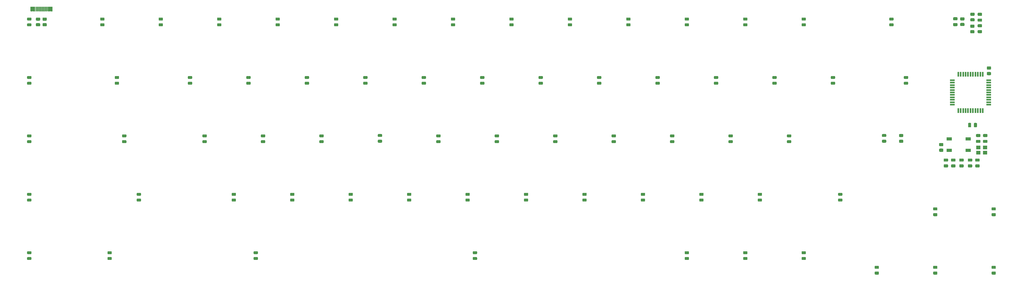
<source format=gbr>
%TF.GenerationSoftware,KiCad,Pcbnew,(5.1.9)-1*%
%TF.CreationDate,2021-07-14T13:00:10-07:00*%
%TF.ProjectId,unsplit-keyboard,756e7370-6c69-4742-9d6b-6579626f6172,rev?*%
%TF.SameCoordinates,Original*%
%TF.FileFunction,Paste,Bot*%
%TF.FilePolarity,Positive*%
%FSLAX46Y46*%
G04 Gerber Fmt 4.6, Leading zero omitted, Abs format (unit mm)*
G04 Created by KiCad (PCBNEW (5.1.9)-1) date 2021-07-14 13:00:10*
%MOMM*%
%LPD*%
G01*
G04 APERTURE LIST*
%ADD10R,1.500000X0.500000*%
%ADD11R,0.500000X1.500000*%
%ADD12R,1.400000X1.200000*%
%ADD13R,1.800000X1.100000*%
G04 APERTURE END LIST*
%TO.C,USB1*%
G36*
G01*
X40181250Y-21913750D02*
X40181250Y-20463750D01*
G75*
G02*
X40231250Y-20413750I50000J0D01*
G01*
X40831250Y-20413750D01*
G75*
G02*
X40881250Y-20463750I0J-50000D01*
G01*
X40881250Y-21913750D01*
G75*
G02*
X40831250Y-21963750I-50000J0D01*
G01*
X40231250Y-21963750D01*
G75*
G02*
X40181250Y-21913750I0J50000D01*
G01*
G37*
G36*
G01*
X33731250Y-21913750D02*
X33731250Y-20463750D01*
G75*
G02*
X33781250Y-20413750I50000J0D01*
G01*
X34381250Y-20413750D01*
G75*
G02*
X34431250Y-20463750I0J-50000D01*
G01*
X34431250Y-21913750D01*
G75*
G02*
X34381250Y-21963750I-50000J0D01*
G01*
X33781250Y-21963750D01*
G75*
G02*
X33731250Y-21913750I0J50000D01*
G01*
G37*
G36*
G01*
X39406250Y-21913750D02*
X39406250Y-20463750D01*
G75*
G02*
X39456250Y-20413750I50000J0D01*
G01*
X40056250Y-20413750D01*
G75*
G02*
X40106250Y-20463750I0J-50000D01*
G01*
X40106250Y-21913750D01*
G75*
G02*
X40056250Y-21963750I-50000J0D01*
G01*
X39456250Y-21963750D01*
G75*
G02*
X39406250Y-21913750I0J50000D01*
G01*
G37*
G36*
G01*
X34506250Y-21913750D02*
X34506250Y-20463750D01*
G75*
G02*
X34556250Y-20413750I50000J0D01*
G01*
X35156250Y-20413750D01*
G75*
G02*
X35206250Y-20463750I0J-50000D01*
G01*
X35206250Y-21913750D01*
G75*
G02*
X35156250Y-21963750I-50000J0D01*
G01*
X34556250Y-21963750D01*
G75*
G02*
X34506250Y-21913750I0J50000D01*
G01*
G37*
G36*
G01*
X35356250Y-21913750D02*
X35356250Y-20463750D01*
G75*
G02*
X35406250Y-20413750I50000J0D01*
G01*
X35706250Y-20413750D01*
G75*
G02*
X35756250Y-20463750I0J-50000D01*
G01*
X35756250Y-21913750D01*
G75*
G02*
X35706250Y-21963750I-50000J0D01*
G01*
X35406250Y-21963750D01*
G75*
G02*
X35356250Y-21913750I0J50000D01*
G01*
G37*
G36*
G01*
X38856250Y-21913750D02*
X38856250Y-20463750D01*
G75*
G02*
X38906250Y-20413750I50000J0D01*
G01*
X39206250Y-20413750D01*
G75*
G02*
X39256250Y-20463750I0J-50000D01*
G01*
X39256250Y-21913750D01*
G75*
G02*
X39206250Y-21963750I-50000J0D01*
G01*
X38906250Y-21963750D01*
G75*
G02*
X38856250Y-21913750I0J50000D01*
G01*
G37*
G36*
G01*
X35856250Y-21913750D02*
X35856250Y-20463750D01*
G75*
G02*
X35906250Y-20413750I50000J0D01*
G01*
X36206250Y-20413750D01*
G75*
G02*
X36256250Y-20463750I0J-50000D01*
G01*
X36256250Y-21913750D01*
G75*
G02*
X36206250Y-21963750I-50000J0D01*
G01*
X35906250Y-21963750D01*
G75*
G02*
X35856250Y-21913750I0J50000D01*
G01*
G37*
G36*
G01*
X38356250Y-21913750D02*
X38356250Y-20463750D01*
G75*
G02*
X38406250Y-20413750I50000J0D01*
G01*
X38706250Y-20413750D01*
G75*
G02*
X38756250Y-20463750I0J-50000D01*
G01*
X38756250Y-21913750D01*
G75*
G02*
X38706250Y-21963750I-50000J0D01*
G01*
X38406250Y-21963750D01*
G75*
G02*
X38356250Y-21913750I0J50000D01*
G01*
G37*
G36*
G01*
X36356250Y-21913750D02*
X36356250Y-20463750D01*
G75*
G02*
X36406250Y-20413750I50000J0D01*
G01*
X36706250Y-20413750D01*
G75*
G02*
X36756250Y-20463750I0J-50000D01*
G01*
X36756250Y-21913750D01*
G75*
G02*
X36706250Y-21963750I-50000J0D01*
G01*
X36406250Y-21963750D01*
G75*
G02*
X36356250Y-21913750I0J50000D01*
G01*
G37*
G36*
G01*
X37856250Y-21913750D02*
X37856250Y-20463750D01*
G75*
G02*
X37906250Y-20413750I50000J0D01*
G01*
X38206250Y-20413750D01*
G75*
G02*
X38256250Y-20463750I0J-50000D01*
G01*
X38256250Y-21913750D01*
G75*
G02*
X38206250Y-21963750I-50000J0D01*
G01*
X37906250Y-21963750D01*
G75*
G02*
X37856250Y-21913750I0J50000D01*
G01*
G37*
G36*
G01*
X37356250Y-21913750D02*
X37356250Y-20463750D01*
G75*
G02*
X37406250Y-20413750I50000J0D01*
G01*
X37706250Y-20413750D01*
G75*
G02*
X37756250Y-20463750I0J-50000D01*
G01*
X37756250Y-21913750D01*
G75*
G02*
X37706250Y-21963750I-50000J0D01*
G01*
X37406250Y-21963750D01*
G75*
G02*
X37356250Y-21913750I0J50000D01*
G01*
G37*
G36*
G01*
X36856250Y-21913750D02*
X36856250Y-20463750D01*
G75*
G02*
X36906250Y-20413750I50000J0D01*
G01*
X37206250Y-20413750D01*
G75*
G02*
X37256250Y-20463750I0J-50000D01*
G01*
X37256250Y-21913750D01*
G75*
G02*
X37206250Y-21963750I-50000J0D01*
G01*
X36906250Y-21963750D01*
G75*
G02*
X36856250Y-21913750I0J50000D01*
G01*
G37*
%TD*%
D10*
%TO.C,U1*%
X346006000Y-52387000D03*
X346006000Y-51587000D03*
X346006000Y-50787000D03*
X346006000Y-49987000D03*
X346006000Y-49187000D03*
X346006000Y-48387000D03*
X346006000Y-47587000D03*
X346006000Y-46787000D03*
X346006000Y-45987000D03*
X346006000Y-45187000D03*
X346006000Y-44387000D03*
D11*
X344106000Y-42487000D03*
X343306000Y-42487000D03*
X342506000Y-42487000D03*
X341706000Y-42487000D03*
X340906000Y-42487000D03*
X340106000Y-42487000D03*
X339306000Y-42487000D03*
X338506000Y-42487000D03*
X337706000Y-42487000D03*
X336906000Y-42487000D03*
X336106000Y-42487000D03*
D10*
X334206000Y-44387000D03*
X334206000Y-45187000D03*
X334206000Y-45987000D03*
X334206000Y-46787000D03*
X334206000Y-47587000D03*
X334206000Y-48387000D03*
X334206000Y-49187000D03*
X334206000Y-49987000D03*
X334206000Y-50787000D03*
X334206000Y-51587000D03*
X334206000Y-52387000D03*
D11*
X336106000Y-54287000D03*
X336906000Y-54287000D03*
X337706000Y-54287000D03*
X338506000Y-54287000D03*
X339306000Y-54287000D03*
X340106000Y-54287000D03*
X340906000Y-54287000D03*
X341706000Y-54287000D03*
X342506000Y-54287000D03*
X343306000Y-54287000D03*
X344106000Y-54287000D03*
%TD*%
%TO.C,C3*%
G36*
G01*
X334678000Y-23873800D02*
X335628000Y-23873800D01*
G75*
G02*
X335878000Y-24123800I0J-250000D01*
G01*
X335878000Y-24623800D01*
G75*
G02*
X335628000Y-24873800I-250000J0D01*
G01*
X334678000Y-24873800D01*
G75*
G02*
X334428000Y-24623800I0J250000D01*
G01*
X334428000Y-24123800D01*
G75*
G02*
X334678000Y-23873800I250000J0D01*
G01*
G37*
G36*
G01*
X334678000Y-25773800D02*
X335628000Y-25773800D01*
G75*
G02*
X335878000Y-26023800I0J-250000D01*
G01*
X335878000Y-26523800D01*
G75*
G02*
X335628000Y-26773800I-250000J0D01*
G01*
X334678000Y-26773800D01*
G75*
G02*
X334428000Y-26523800I0J250000D01*
G01*
X334428000Y-26023800D01*
G75*
G02*
X334678000Y-25773800I250000J0D01*
G01*
G37*
%TD*%
%TO.C,C10*%
G36*
G01*
X342679000Y-22406550D02*
X343629000Y-22406550D01*
G75*
G02*
X343879000Y-22656550I0J-250000D01*
G01*
X343879000Y-23156550D01*
G75*
G02*
X343629000Y-23406550I-250000J0D01*
G01*
X342679000Y-23406550D01*
G75*
G02*
X342429000Y-23156550I0J250000D01*
G01*
X342429000Y-22656550D01*
G75*
G02*
X342679000Y-22406550I250000J0D01*
G01*
G37*
G36*
G01*
X342679000Y-24306550D02*
X343629000Y-24306550D01*
G75*
G02*
X343879000Y-24556550I0J-250000D01*
G01*
X343879000Y-25056550D01*
G75*
G02*
X343629000Y-25306550I-250000J0D01*
G01*
X342679000Y-25306550D01*
G75*
G02*
X342429000Y-25056550I0J250000D01*
G01*
X342429000Y-24556550D01*
G75*
G02*
X342679000Y-24306550I250000J0D01*
G01*
G37*
%TD*%
%TO.C,C9*%
G36*
G01*
X343629000Y-29059800D02*
X342679000Y-29059800D01*
G75*
G02*
X342429000Y-28809800I0J250000D01*
G01*
X342429000Y-28309800D01*
G75*
G02*
X342679000Y-28059800I250000J0D01*
G01*
X343629000Y-28059800D01*
G75*
G02*
X343879000Y-28309800I0J-250000D01*
G01*
X343879000Y-28809800D01*
G75*
G02*
X343629000Y-29059800I-250000J0D01*
G01*
G37*
G36*
G01*
X343629000Y-27159800D02*
X342679000Y-27159800D01*
G75*
G02*
X342429000Y-26909800I0J250000D01*
G01*
X342429000Y-26409800D01*
G75*
G02*
X342679000Y-26159800I250000J0D01*
G01*
X343629000Y-26159800D01*
G75*
G02*
X343879000Y-26409800I0J-250000D01*
G01*
X343879000Y-26909800D01*
G75*
G02*
X343629000Y-27159800I-250000J0D01*
G01*
G37*
%TD*%
%TO.C,R5*%
G36*
G01*
X340253748Y-26278300D02*
X341153752Y-26278300D01*
G75*
G02*
X341403750Y-26528298I0J-249998D01*
G01*
X341403750Y-27053302D01*
G75*
G02*
X341153752Y-27303300I-249998J0D01*
G01*
X340253748Y-27303300D01*
G75*
G02*
X340003750Y-27053302I0J249998D01*
G01*
X340003750Y-26528298D01*
G75*
G02*
X340253748Y-26278300I249998J0D01*
G01*
G37*
G36*
G01*
X340253748Y-28103300D02*
X341153752Y-28103300D01*
G75*
G02*
X341403750Y-28353298I0J-249998D01*
G01*
X341403750Y-28878302D01*
G75*
G02*
X341153752Y-29128300I-249998J0D01*
G01*
X340253748Y-29128300D01*
G75*
G02*
X340003750Y-28878302I0J249998D01*
G01*
X340003750Y-28353298D01*
G75*
G02*
X340253748Y-28103300I249998J0D01*
G01*
G37*
%TD*%
%TO.C,R6*%
G36*
G01*
X341191002Y-25224800D02*
X340290998Y-25224800D01*
G75*
G02*
X340041000Y-24974802I0J249998D01*
G01*
X340041000Y-24449798D01*
G75*
G02*
X340290998Y-24199800I249998J0D01*
G01*
X341191002Y-24199800D01*
G75*
G02*
X341441000Y-24449798I0J-249998D01*
G01*
X341441000Y-24974802D01*
G75*
G02*
X341191002Y-25224800I-249998J0D01*
G01*
G37*
G36*
G01*
X341191002Y-23399800D02*
X340290998Y-23399800D01*
G75*
G02*
X340041000Y-23149802I0J249998D01*
G01*
X340041000Y-22624798D01*
G75*
G02*
X340290998Y-22374800I249998J0D01*
G01*
X341191002Y-22374800D01*
G75*
G02*
X341441000Y-22624798I0J-249998D01*
G01*
X341441000Y-23149802D01*
G75*
G02*
X341191002Y-23399800I-249998J0D01*
G01*
G37*
%TD*%
%TO.C,R4*%
G36*
G01*
X336988998Y-23898800D02*
X337889002Y-23898800D01*
G75*
G02*
X338139000Y-24148798I0J-249998D01*
G01*
X338139000Y-24673802D01*
G75*
G02*
X337889002Y-24923800I-249998J0D01*
G01*
X336988998Y-24923800D01*
G75*
G02*
X336739000Y-24673802I0J249998D01*
G01*
X336739000Y-24148798D01*
G75*
G02*
X336988998Y-23898800I249998J0D01*
G01*
G37*
G36*
G01*
X336988998Y-25723800D02*
X337889002Y-25723800D01*
G75*
G02*
X338139000Y-25973798I0J-249998D01*
G01*
X338139000Y-26498802D01*
G75*
G02*
X337889002Y-26748800I-249998J0D01*
G01*
X336988998Y-26748800D01*
G75*
G02*
X336739000Y-26498802I0J249998D01*
G01*
X336739000Y-25973798D01*
G75*
G02*
X336988998Y-25723800I249998J0D01*
G01*
G37*
%TD*%
D12*
%TO.C,X1*%
X342663600Y-66358400D03*
X344863600Y-66358400D03*
X344863600Y-68058400D03*
X342663600Y-68058400D03*
%TD*%
D13*
%TO.C,SW1*%
X333170600Y-63580400D03*
X339370600Y-67280400D03*
X333170600Y-67280400D03*
X339370600Y-63580400D03*
%TD*%
%TO.C,R7*%
G36*
G01*
X345663098Y-39911600D02*
X346563102Y-39911600D01*
G75*
G02*
X346813100Y-40161598I0J-249998D01*
G01*
X346813100Y-40686602D01*
G75*
G02*
X346563102Y-40936600I-249998J0D01*
G01*
X345663098Y-40936600D01*
G75*
G02*
X345413100Y-40686602I0J249998D01*
G01*
X345413100Y-40161598D01*
G75*
G02*
X345663098Y-39911600I249998J0D01*
G01*
G37*
G36*
G01*
X345663098Y-41736600D02*
X346563102Y-41736600D01*
G75*
G02*
X346813100Y-41986598I0J-249998D01*
G01*
X346813100Y-42511602D01*
G75*
G02*
X346563102Y-42761600I-249998J0D01*
G01*
X345663098Y-42761600D01*
G75*
G02*
X345413100Y-42511602I0J249998D01*
G01*
X345413100Y-41986598D01*
G75*
G02*
X345663098Y-41736600I249998J0D01*
G01*
G37*
%TD*%
%TO.C,R3*%
G36*
G01*
X36645002Y-26825000D02*
X35744998Y-26825000D01*
G75*
G02*
X35495000Y-26575002I0J249998D01*
G01*
X35495000Y-26049998D01*
G75*
G02*
X35744998Y-25800000I249998J0D01*
G01*
X36645002Y-25800000D01*
G75*
G02*
X36895000Y-26049998I0J-249998D01*
G01*
X36895000Y-26575002D01*
G75*
G02*
X36645002Y-26825000I-249998J0D01*
G01*
G37*
G36*
G01*
X36645002Y-25000000D02*
X35744998Y-25000000D01*
G75*
G02*
X35495000Y-24750002I0J249998D01*
G01*
X35495000Y-24224998D01*
G75*
G02*
X35744998Y-23975000I249998J0D01*
G01*
X36645002Y-23975000D01*
G75*
G02*
X36895000Y-24224998I0J-249998D01*
G01*
X36895000Y-24750002D01*
G75*
G02*
X36645002Y-25000000I-249998J0D01*
G01*
G37*
%TD*%
%TO.C,R2*%
G36*
G01*
X38804002Y-26825000D02*
X37903998Y-26825000D01*
G75*
G02*
X37654000Y-26575002I0J249998D01*
G01*
X37654000Y-26049998D01*
G75*
G02*
X37903998Y-25800000I249998J0D01*
G01*
X38804002Y-25800000D01*
G75*
G02*
X39054000Y-26049998I0J-249998D01*
G01*
X39054000Y-26575002D01*
G75*
G02*
X38804002Y-26825000I-249998J0D01*
G01*
G37*
G36*
G01*
X38804002Y-25000000D02*
X37903998Y-25000000D01*
G75*
G02*
X37654000Y-24750002I0J249998D01*
G01*
X37654000Y-24224998D01*
G75*
G02*
X37903998Y-23975000I249998J0D01*
G01*
X38804002Y-23975000D01*
G75*
G02*
X39054000Y-24224998I0J-249998D01*
G01*
X39054000Y-24750002D01*
G75*
G02*
X38804002Y-25000000I-249998J0D01*
G01*
G37*
%TD*%
%TO.C,R1*%
G36*
G01*
X330105598Y-66719400D02*
X331005602Y-66719400D01*
G75*
G02*
X331255600Y-66969398I0J-249998D01*
G01*
X331255600Y-67494402D01*
G75*
G02*
X331005602Y-67744400I-249998J0D01*
G01*
X330105598Y-67744400D01*
G75*
G02*
X329855600Y-67494402I0J249998D01*
G01*
X329855600Y-66969398D01*
G75*
G02*
X330105598Y-66719400I249998J0D01*
G01*
G37*
G36*
G01*
X330105598Y-64894400D02*
X331005602Y-64894400D01*
G75*
G02*
X331255600Y-65144398I0J-249998D01*
G01*
X331255600Y-65669402D01*
G75*
G02*
X331005602Y-65919400I-249998J0D01*
G01*
X330105598Y-65919400D01*
G75*
G02*
X329855600Y-65669402I0J249998D01*
G01*
X329855600Y-65144398D01*
G75*
G02*
X330105598Y-64894400I249998J0D01*
G01*
G37*
%TD*%
%TO.C,D70*%
G36*
G01*
X317043750Y-61948000D02*
X317956250Y-61948000D01*
G75*
G02*
X318200000Y-62191750I0J-243750D01*
G01*
X318200000Y-62679250D01*
G75*
G02*
X317956250Y-62923000I-243750J0D01*
G01*
X317043750Y-62923000D01*
G75*
G02*
X316800000Y-62679250I0J243750D01*
G01*
X316800000Y-62191750D01*
G75*
G02*
X317043750Y-61948000I243750J0D01*
G01*
G37*
G36*
G01*
X317043750Y-63823000D02*
X317956250Y-63823000D01*
G75*
G02*
X318200000Y-64066750I0J-243750D01*
G01*
X318200000Y-64554250D01*
G75*
G02*
X317956250Y-64798000I-243750J0D01*
G01*
X317043750Y-64798000D01*
G75*
G02*
X316800000Y-64554250I0J243750D01*
G01*
X316800000Y-64066750D01*
G75*
G02*
X317043750Y-63823000I243750J0D01*
G01*
G37*
%TD*%
%TO.C,D69*%
G36*
G01*
X347206250Y-106812500D02*
X348118750Y-106812500D01*
G75*
G02*
X348362500Y-107056250I0J-243750D01*
G01*
X348362500Y-107543750D01*
G75*
G02*
X348118750Y-107787500I-243750J0D01*
G01*
X347206250Y-107787500D01*
G75*
G02*
X346962500Y-107543750I0J243750D01*
G01*
X346962500Y-107056250D01*
G75*
G02*
X347206250Y-106812500I243750J0D01*
G01*
G37*
G36*
G01*
X347206250Y-104937500D02*
X348118750Y-104937500D01*
G75*
G02*
X348362500Y-105181250I0J-243750D01*
G01*
X348362500Y-105668750D01*
G75*
G02*
X348118750Y-105912500I-243750J0D01*
G01*
X347206250Y-105912500D01*
G75*
G02*
X346962500Y-105668750I0J243750D01*
G01*
X346962500Y-105181250D01*
G75*
G02*
X347206250Y-104937500I243750J0D01*
G01*
G37*
%TD*%
%TO.C,D68*%
G36*
G01*
X328156250Y-106812500D02*
X329068750Y-106812500D01*
G75*
G02*
X329312500Y-107056250I0J-243750D01*
G01*
X329312500Y-107543750D01*
G75*
G02*
X329068750Y-107787500I-243750J0D01*
G01*
X328156250Y-107787500D01*
G75*
G02*
X327912500Y-107543750I0J243750D01*
G01*
X327912500Y-107056250D01*
G75*
G02*
X328156250Y-106812500I243750J0D01*
G01*
G37*
G36*
G01*
X328156250Y-104937500D02*
X329068750Y-104937500D01*
G75*
G02*
X329312500Y-105181250I0J-243750D01*
G01*
X329312500Y-105668750D01*
G75*
G02*
X329068750Y-105912500I-243750J0D01*
G01*
X328156250Y-105912500D01*
G75*
G02*
X327912500Y-105668750I0J243750D01*
G01*
X327912500Y-105181250D01*
G75*
G02*
X328156250Y-104937500I243750J0D01*
G01*
G37*
%TD*%
%TO.C,D67*%
G36*
G01*
X309106250Y-106812500D02*
X310018750Y-106812500D01*
G75*
G02*
X310262500Y-107056250I0J-243750D01*
G01*
X310262500Y-107543750D01*
G75*
G02*
X310018750Y-107787500I-243750J0D01*
G01*
X309106250Y-107787500D01*
G75*
G02*
X308862500Y-107543750I0J243750D01*
G01*
X308862500Y-107056250D01*
G75*
G02*
X309106250Y-106812500I243750J0D01*
G01*
G37*
G36*
G01*
X309106250Y-104937500D02*
X310018750Y-104937500D01*
G75*
G02*
X310262500Y-105181250I0J-243750D01*
G01*
X310262500Y-105668750D01*
G75*
G02*
X310018750Y-105912500I-243750J0D01*
G01*
X309106250Y-105912500D01*
G75*
G02*
X308862500Y-105668750I0J243750D01*
G01*
X308862500Y-105181250D01*
G75*
G02*
X309106250Y-104937500I243750J0D01*
G01*
G37*
%TD*%
%TO.C,D66*%
G36*
G01*
X285293750Y-102050000D02*
X286206250Y-102050000D01*
G75*
G02*
X286450000Y-102293750I0J-243750D01*
G01*
X286450000Y-102781250D01*
G75*
G02*
X286206250Y-103025000I-243750J0D01*
G01*
X285293750Y-103025000D01*
G75*
G02*
X285050000Y-102781250I0J243750D01*
G01*
X285050000Y-102293750D01*
G75*
G02*
X285293750Y-102050000I243750J0D01*
G01*
G37*
G36*
G01*
X285293750Y-100175000D02*
X286206250Y-100175000D01*
G75*
G02*
X286450000Y-100418750I0J-243750D01*
G01*
X286450000Y-100906250D01*
G75*
G02*
X286206250Y-101150000I-243750J0D01*
G01*
X285293750Y-101150000D01*
G75*
G02*
X285050000Y-100906250I0J243750D01*
G01*
X285050000Y-100418750D01*
G75*
G02*
X285293750Y-100175000I243750J0D01*
G01*
G37*
%TD*%
%TO.C,D65*%
G36*
G01*
X266243750Y-102050000D02*
X267156250Y-102050000D01*
G75*
G02*
X267400000Y-102293750I0J-243750D01*
G01*
X267400000Y-102781250D01*
G75*
G02*
X267156250Y-103025000I-243750J0D01*
G01*
X266243750Y-103025000D01*
G75*
G02*
X266000000Y-102781250I0J243750D01*
G01*
X266000000Y-102293750D01*
G75*
G02*
X266243750Y-102050000I243750J0D01*
G01*
G37*
G36*
G01*
X266243750Y-100175000D02*
X267156250Y-100175000D01*
G75*
G02*
X267400000Y-100418750I0J-243750D01*
G01*
X267400000Y-100906250D01*
G75*
G02*
X267156250Y-101150000I-243750J0D01*
G01*
X266243750Y-101150000D01*
G75*
G02*
X266000000Y-100906250I0J243750D01*
G01*
X266000000Y-100418750D01*
G75*
G02*
X266243750Y-100175000I243750J0D01*
G01*
G37*
%TD*%
%TO.C,D64*%
G36*
G01*
X247193750Y-102050000D02*
X248106250Y-102050000D01*
G75*
G02*
X248350000Y-102293750I0J-243750D01*
G01*
X248350000Y-102781250D01*
G75*
G02*
X248106250Y-103025000I-243750J0D01*
G01*
X247193750Y-103025000D01*
G75*
G02*
X246950000Y-102781250I0J243750D01*
G01*
X246950000Y-102293750D01*
G75*
G02*
X247193750Y-102050000I243750J0D01*
G01*
G37*
G36*
G01*
X247193750Y-100175000D02*
X248106250Y-100175000D01*
G75*
G02*
X248350000Y-100418750I0J-243750D01*
G01*
X248350000Y-100906250D01*
G75*
G02*
X248106250Y-101150000I-243750J0D01*
G01*
X247193750Y-101150000D01*
G75*
G02*
X246950000Y-100906250I0J243750D01*
G01*
X246950000Y-100418750D01*
G75*
G02*
X247193750Y-100175000I243750J0D01*
G01*
G37*
%TD*%
%TO.C,D63*%
G36*
G01*
X178137500Y-102050000D02*
X179050000Y-102050000D01*
G75*
G02*
X179293750Y-102293750I0J-243750D01*
G01*
X179293750Y-102781250D01*
G75*
G02*
X179050000Y-103025000I-243750J0D01*
G01*
X178137500Y-103025000D01*
G75*
G02*
X177893750Y-102781250I0J243750D01*
G01*
X177893750Y-102293750D01*
G75*
G02*
X178137500Y-102050000I243750J0D01*
G01*
G37*
G36*
G01*
X178137500Y-100175000D02*
X179050000Y-100175000D01*
G75*
G02*
X179293750Y-100418750I0J-243750D01*
G01*
X179293750Y-100906250D01*
G75*
G02*
X179050000Y-101150000I-243750J0D01*
G01*
X178137500Y-101150000D01*
G75*
G02*
X177893750Y-100906250I0J243750D01*
G01*
X177893750Y-100418750D01*
G75*
G02*
X178137500Y-100175000I243750J0D01*
G01*
G37*
%TD*%
%TO.C,D62*%
G36*
G01*
X106700000Y-100175000D02*
X107612500Y-100175000D01*
G75*
G02*
X107856250Y-100418750I0J-243750D01*
G01*
X107856250Y-100906250D01*
G75*
G02*
X107612500Y-101150000I-243750J0D01*
G01*
X106700000Y-101150000D01*
G75*
G02*
X106456250Y-100906250I0J243750D01*
G01*
X106456250Y-100418750D01*
G75*
G02*
X106700000Y-100175000I243750J0D01*
G01*
G37*
G36*
G01*
X106700000Y-102050000D02*
X107612500Y-102050000D01*
G75*
G02*
X107856250Y-102293750I0J-243750D01*
G01*
X107856250Y-102781250D01*
G75*
G02*
X107612500Y-103025000I-243750J0D01*
G01*
X106700000Y-103025000D01*
G75*
G02*
X106456250Y-102781250I0J243750D01*
G01*
X106456250Y-102293750D01*
G75*
G02*
X106700000Y-102050000I243750J0D01*
G01*
G37*
%TD*%
%TO.C,D61*%
G36*
G01*
X59075000Y-100175000D02*
X59987500Y-100175000D01*
G75*
G02*
X60231250Y-100418750I0J-243750D01*
G01*
X60231250Y-100906250D01*
G75*
G02*
X59987500Y-101150000I-243750J0D01*
G01*
X59075000Y-101150000D01*
G75*
G02*
X58831250Y-100906250I0J243750D01*
G01*
X58831250Y-100418750D01*
G75*
G02*
X59075000Y-100175000I243750J0D01*
G01*
G37*
G36*
G01*
X59075000Y-102050000D02*
X59987500Y-102050000D01*
G75*
G02*
X60231250Y-102293750I0J-243750D01*
G01*
X60231250Y-102781250D01*
G75*
G02*
X59987500Y-103025000I-243750J0D01*
G01*
X59075000Y-103025000D01*
G75*
G02*
X58831250Y-102781250I0J243750D01*
G01*
X58831250Y-102293750D01*
G75*
G02*
X59075000Y-102050000I243750J0D01*
G01*
G37*
%TD*%
%TO.C,D60*%
G36*
G01*
X32881250Y-100175000D02*
X33793750Y-100175000D01*
G75*
G02*
X34037500Y-100418750I0J-243750D01*
G01*
X34037500Y-100906250D01*
G75*
G02*
X33793750Y-101150000I-243750J0D01*
G01*
X32881250Y-101150000D01*
G75*
G02*
X32637500Y-100906250I0J243750D01*
G01*
X32637500Y-100418750D01*
G75*
G02*
X32881250Y-100175000I243750J0D01*
G01*
G37*
G36*
G01*
X32881250Y-102050000D02*
X33793750Y-102050000D01*
G75*
G02*
X34037500Y-102293750I0J-243750D01*
G01*
X34037500Y-102781250D01*
G75*
G02*
X33793750Y-103025000I-243750J0D01*
G01*
X32881250Y-103025000D01*
G75*
G02*
X32637500Y-102781250I0J243750D01*
G01*
X32637500Y-102293750D01*
G75*
G02*
X32881250Y-102050000I243750J0D01*
G01*
G37*
%TD*%
%TO.C,D59*%
G36*
G01*
X347206250Y-87762500D02*
X348118750Y-87762500D01*
G75*
G02*
X348362500Y-88006250I0J-243750D01*
G01*
X348362500Y-88493750D01*
G75*
G02*
X348118750Y-88737500I-243750J0D01*
G01*
X347206250Y-88737500D01*
G75*
G02*
X346962500Y-88493750I0J243750D01*
G01*
X346962500Y-88006250D01*
G75*
G02*
X347206250Y-87762500I243750J0D01*
G01*
G37*
G36*
G01*
X347206250Y-85887500D02*
X348118750Y-85887500D01*
G75*
G02*
X348362500Y-86131250I0J-243750D01*
G01*
X348362500Y-86618750D01*
G75*
G02*
X348118750Y-86862500I-243750J0D01*
G01*
X347206250Y-86862500D01*
G75*
G02*
X346962500Y-86618750I0J243750D01*
G01*
X346962500Y-86131250D01*
G75*
G02*
X347206250Y-85887500I243750J0D01*
G01*
G37*
%TD*%
%TO.C,D58*%
G36*
G01*
X328156250Y-87762500D02*
X329068750Y-87762500D01*
G75*
G02*
X329312500Y-88006250I0J-243750D01*
G01*
X329312500Y-88493750D01*
G75*
G02*
X329068750Y-88737500I-243750J0D01*
G01*
X328156250Y-88737500D01*
G75*
G02*
X327912500Y-88493750I0J243750D01*
G01*
X327912500Y-88006250D01*
G75*
G02*
X328156250Y-87762500I243750J0D01*
G01*
G37*
G36*
G01*
X328156250Y-85887500D02*
X329068750Y-85887500D01*
G75*
G02*
X329312500Y-86131250I0J-243750D01*
G01*
X329312500Y-86618750D01*
G75*
G02*
X329068750Y-86862500I-243750J0D01*
G01*
X328156250Y-86862500D01*
G75*
G02*
X327912500Y-86618750I0J243750D01*
G01*
X327912500Y-86131250D01*
G75*
G02*
X328156250Y-85887500I243750J0D01*
G01*
G37*
%TD*%
%TO.C,D57*%
G36*
G01*
X297200000Y-83000000D02*
X298112500Y-83000000D01*
G75*
G02*
X298356250Y-83243750I0J-243750D01*
G01*
X298356250Y-83731250D01*
G75*
G02*
X298112500Y-83975000I-243750J0D01*
G01*
X297200000Y-83975000D01*
G75*
G02*
X296956250Y-83731250I0J243750D01*
G01*
X296956250Y-83243750D01*
G75*
G02*
X297200000Y-83000000I243750J0D01*
G01*
G37*
G36*
G01*
X297200000Y-81125000D02*
X298112500Y-81125000D01*
G75*
G02*
X298356250Y-81368750I0J-243750D01*
G01*
X298356250Y-81856250D01*
G75*
G02*
X298112500Y-82100000I-243750J0D01*
G01*
X297200000Y-82100000D01*
G75*
G02*
X296956250Y-81856250I0J243750D01*
G01*
X296956250Y-81368750D01*
G75*
G02*
X297200000Y-81125000I243750J0D01*
G01*
G37*
%TD*%
%TO.C,D56*%
G36*
G01*
X271006250Y-83000000D02*
X271918750Y-83000000D01*
G75*
G02*
X272162500Y-83243750I0J-243750D01*
G01*
X272162500Y-83731250D01*
G75*
G02*
X271918750Y-83975000I-243750J0D01*
G01*
X271006250Y-83975000D01*
G75*
G02*
X270762500Y-83731250I0J243750D01*
G01*
X270762500Y-83243750D01*
G75*
G02*
X271006250Y-83000000I243750J0D01*
G01*
G37*
G36*
G01*
X271006250Y-81125000D02*
X271918750Y-81125000D01*
G75*
G02*
X272162500Y-81368750I0J-243750D01*
G01*
X272162500Y-81856250D01*
G75*
G02*
X271918750Y-82100000I-243750J0D01*
G01*
X271006250Y-82100000D01*
G75*
G02*
X270762500Y-81856250I0J243750D01*
G01*
X270762500Y-81368750D01*
G75*
G02*
X271006250Y-81125000I243750J0D01*
G01*
G37*
%TD*%
%TO.C,D55*%
G36*
G01*
X251956250Y-83000000D02*
X252868750Y-83000000D01*
G75*
G02*
X253112500Y-83243750I0J-243750D01*
G01*
X253112500Y-83731250D01*
G75*
G02*
X252868750Y-83975000I-243750J0D01*
G01*
X251956250Y-83975000D01*
G75*
G02*
X251712500Y-83731250I0J243750D01*
G01*
X251712500Y-83243750D01*
G75*
G02*
X251956250Y-83000000I243750J0D01*
G01*
G37*
G36*
G01*
X251956250Y-81125000D02*
X252868750Y-81125000D01*
G75*
G02*
X253112500Y-81368750I0J-243750D01*
G01*
X253112500Y-81856250D01*
G75*
G02*
X252868750Y-82100000I-243750J0D01*
G01*
X251956250Y-82100000D01*
G75*
G02*
X251712500Y-81856250I0J243750D01*
G01*
X251712500Y-81368750D01*
G75*
G02*
X251956250Y-81125000I243750J0D01*
G01*
G37*
%TD*%
%TO.C,D54*%
G36*
G01*
X232906250Y-83000000D02*
X233818750Y-83000000D01*
G75*
G02*
X234062500Y-83243750I0J-243750D01*
G01*
X234062500Y-83731250D01*
G75*
G02*
X233818750Y-83975000I-243750J0D01*
G01*
X232906250Y-83975000D01*
G75*
G02*
X232662500Y-83731250I0J243750D01*
G01*
X232662500Y-83243750D01*
G75*
G02*
X232906250Y-83000000I243750J0D01*
G01*
G37*
G36*
G01*
X232906250Y-81125000D02*
X233818750Y-81125000D01*
G75*
G02*
X234062500Y-81368750I0J-243750D01*
G01*
X234062500Y-81856250D01*
G75*
G02*
X233818750Y-82100000I-243750J0D01*
G01*
X232906250Y-82100000D01*
G75*
G02*
X232662500Y-81856250I0J243750D01*
G01*
X232662500Y-81368750D01*
G75*
G02*
X232906250Y-81125000I243750J0D01*
G01*
G37*
%TD*%
%TO.C,D53*%
G36*
G01*
X213856250Y-83000000D02*
X214768750Y-83000000D01*
G75*
G02*
X215012500Y-83243750I0J-243750D01*
G01*
X215012500Y-83731250D01*
G75*
G02*
X214768750Y-83975000I-243750J0D01*
G01*
X213856250Y-83975000D01*
G75*
G02*
X213612500Y-83731250I0J243750D01*
G01*
X213612500Y-83243750D01*
G75*
G02*
X213856250Y-83000000I243750J0D01*
G01*
G37*
G36*
G01*
X213856250Y-81125000D02*
X214768750Y-81125000D01*
G75*
G02*
X215012500Y-81368750I0J-243750D01*
G01*
X215012500Y-81856250D01*
G75*
G02*
X214768750Y-82100000I-243750J0D01*
G01*
X213856250Y-82100000D01*
G75*
G02*
X213612500Y-81856250I0J243750D01*
G01*
X213612500Y-81368750D01*
G75*
G02*
X213856250Y-81125000I243750J0D01*
G01*
G37*
%TD*%
%TO.C,D52*%
G36*
G01*
X194806250Y-83000000D02*
X195718750Y-83000000D01*
G75*
G02*
X195962500Y-83243750I0J-243750D01*
G01*
X195962500Y-83731250D01*
G75*
G02*
X195718750Y-83975000I-243750J0D01*
G01*
X194806250Y-83975000D01*
G75*
G02*
X194562500Y-83731250I0J243750D01*
G01*
X194562500Y-83243750D01*
G75*
G02*
X194806250Y-83000000I243750J0D01*
G01*
G37*
G36*
G01*
X194806250Y-81125000D02*
X195718750Y-81125000D01*
G75*
G02*
X195962500Y-81368750I0J-243750D01*
G01*
X195962500Y-81856250D01*
G75*
G02*
X195718750Y-82100000I-243750J0D01*
G01*
X194806250Y-82100000D01*
G75*
G02*
X194562500Y-81856250I0J243750D01*
G01*
X194562500Y-81368750D01*
G75*
G02*
X194806250Y-81125000I243750J0D01*
G01*
G37*
%TD*%
%TO.C,D51*%
G36*
G01*
X175756250Y-83000000D02*
X176668750Y-83000000D01*
G75*
G02*
X176912500Y-83243750I0J-243750D01*
G01*
X176912500Y-83731250D01*
G75*
G02*
X176668750Y-83975000I-243750J0D01*
G01*
X175756250Y-83975000D01*
G75*
G02*
X175512500Y-83731250I0J243750D01*
G01*
X175512500Y-83243750D01*
G75*
G02*
X175756250Y-83000000I243750J0D01*
G01*
G37*
G36*
G01*
X175756250Y-81125000D02*
X176668750Y-81125000D01*
G75*
G02*
X176912500Y-81368750I0J-243750D01*
G01*
X176912500Y-81856250D01*
G75*
G02*
X176668750Y-82100000I-243750J0D01*
G01*
X175756250Y-82100000D01*
G75*
G02*
X175512500Y-81856250I0J243750D01*
G01*
X175512500Y-81368750D01*
G75*
G02*
X175756250Y-81125000I243750J0D01*
G01*
G37*
%TD*%
%TO.C,D50*%
G36*
G01*
X156706250Y-83000000D02*
X157618750Y-83000000D01*
G75*
G02*
X157862500Y-83243750I0J-243750D01*
G01*
X157862500Y-83731250D01*
G75*
G02*
X157618750Y-83975000I-243750J0D01*
G01*
X156706250Y-83975000D01*
G75*
G02*
X156462500Y-83731250I0J243750D01*
G01*
X156462500Y-83243750D01*
G75*
G02*
X156706250Y-83000000I243750J0D01*
G01*
G37*
G36*
G01*
X156706250Y-81125000D02*
X157618750Y-81125000D01*
G75*
G02*
X157862500Y-81368750I0J-243750D01*
G01*
X157862500Y-81856250D01*
G75*
G02*
X157618750Y-82100000I-243750J0D01*
G01*
X156706250Y-82100000D01*
G75*
G02*
X156462500Y-81856250I0J243750D01*
G01*
X156462500Y-81368750D01*
G75*
G02*
X156706250Y-81125000I243750J0D01*
G01*
G37*
%TD*%
%TO.C,D49*%
G36*
G01*
X137656250Y-83000000D02*
X138568750Y-83000000D01*
G75*
G02*
X138812500Y-83243750I0J-243750D01*
G01*
X138812500Y-83731250D01*
G75*
G02*
X138568750Y-83975000I-243750J0D01*
G01*
X137656250Y-83975000D01*
G75*
G02*
X137412500Y-83731250I0J243750D01*
G01*
X137412500Y-83243750D01*
G75*
G02*
X137656250Y-83000000I243750J0D01*
G01*
G37*
G36*
G01*
X137656250Y-81125000D02*
X138568750Y-81125000D01*
G75*
G02*
X138812500Y-81368750I0J-243750D01*
G01*
X138812500Y-81856250D01*
G75*
G02*
X138568750Y-82100000I-243750J0D01*
G01*
X137656250Y-82100000D01*
G75*
G02*
X137412500Y-81856250I0J243750D01*
G01*
X137412500Y-81368750D01*
G75*
G02*
X137656250Y-81125000I243750J0D01*
G01*
G37*
%TD*%
%TO.C,D48*%
G36*
G01*
X118606250Y-83000000D02*
X119518750Y-83000000D01*
G75*
G02*
X119762500Y-83243750I0J-243750D01*
G01*
X119762500Y-83731250D01*
G75*
G02*
X119518750Y-83975000I-243750J0D01*
G01*
X118606250Y-83975000D01*
G75*
G02*
X118362500Y-83731250I0J243750D01*
G01*
X118362500Y-83243750D01*
G75*
G02*
X118606250Y-83000000I243750J0D01*
G01*
G37*
G36*
G01*
X118606250Y-81125000D02*
X119518750Y-81125000D01*
G75*
G02*
X119762500Y-81368750I0J-243750D01*
G01*
X119762500Y-81856250D01*
G75*
G02*
X119518750Y-82100000I-243750J0D01*
G01*
X118606250Y-82100000D01*
G75*
G02*
X118362500Y-81856250I0J243750D01*
G01*
X118362500Y-81368750D01*
G75*
G02*
X118606250Y-81125000I243750J0D01*
G01*
G37*
%TD*%
%TO.C,D47*%
G36*
G01*
X99556250Y-83000000D02*
X100468750Y-83000000D01*
G75*
G02*
X100712500Y-83243750I0J-243750D01*
G01*
X100712500Y-83731250D01*
G75*
G02*
X100468750Y-83975000I-243750J0D01*
G01*
X99556250Y-83975000D01*
G75*
G02*
X99312500Y-83731250I0J243750D01*
G01*
X99312500Y-83243750D01*
G75*
G02*
X99556250Y-83000000I243750J0D01*
G01*
G37*
G36*
G01*
X99556250Y-81125000D02*
X100468750Y-81125000D01*
G75*
G02*
X100712500Y-81368750I0J-243750D01*
G01*
X100712500Y-81856250D01*
G75*
G02*
X100468750Y-82100000I-243750J0D01*
G01*
X99556250Y-82100000D01*
G75*
G02*
X99312500Y-81856250I0J243750D01*
G01*
X99312500Y-81368750D01*
G75*
G02*
X99556250Y-81125000I243750J0D01*
G01*
G37*
%TD*%
%TO.C,D46*%
G36*
G01*
X68600000Y-83000000D02*
X69512500Y-83000000D01*
G75*
G02*
X69756250Y-83243750I0J-243750D01*
G01*
X69756250Y-83731250D01*
G75*
G02*
X69512500Y-83975000I-243750J0D01*
G01*
X68600000Y-83975000D01*
G75*
G02*
X68356250Y-83731250I0J243750D01*
G01*
X68356250Y-83243750D01*
G75*
G02*
X68600000Y-83000000I243750J0D01*
G01*
G37*
G36*
G01*
X68600000Y-81125000D02*
X69512500Y-81125000D01*
G75*
G02*
X69756250Y-81368750I0J-243750D01*
G01*
X69756250Y-81856250D01*
G75*
G02*
X69512500Y-82100000I-243750J0D01*
G01*
X68600000Y-82100000D01*
G75*
G02*
X68356250Y-81856250I0J243750D01*
G01*
X68356250Y-81368750D01*
G75*
G02*
X68600000Y-81125000I243750J0D01*
G01*
G37*
%TD*%
%TO.C,D45*%
G36*
G01*
X32881250Y-83000000D02*
X33793750Y-83000000D01*
G75*
G02*
X34037500Y-83243750I0J-243750D01*
G01*
X34037500Y-83731250D01*
G75*
G02*
X33793750Y-83975000I-243750J0D01*
G01*
X32881250Y-83975000D01*
G75*
G02*
X32637500Y-83731250I0J243750D01*
G01*
X32637500Y-83243750D01*
G75*
G02*
X32881250Y-83000000I243750J0D01*
G01*
G37*
G36*
G01*
X32881250Y-81125000D02*
X33793750Y-81125000D01*
G75*
G02*
X34037500Y-81368750I0J-243750D01*
G01*
X34037500Y-81856250D01*
G75*
G02*
X33793750Y-82100000I-243750J0D01*
G01*
X32881250Y-82100000D01*
G75*
G02*
X32637500Y-81856250I0J243750D01*
G01*
X32637500Y-81368750D01*
G75*
G02*
X32881250Y-81125000I243750J0D01*
G01*
G37*
%TD*%
%TO.C,D44*%
G36*
G01*
X311487500Y-63806250D02*
X312400000Y-63806250D01*
G75*
G02*
X312643750Y-64050000I0J-243750D01*
G01*
X312643750Y-64537500D01*
G75*
G02*
X312400000Y-64781250I-243750J0D01*
G01*
X311487500Y-64781250D01*
G75*
G02*
X311243750Y-64537500I0J243750D01*
G01*
X311243750Y-64050000D01*
G75*
G02*
X311487500Y-63806250I243750J0D01*
G01*
G37*
G36*
G01*
X311487500Y-61931250D02*
X312400000Y-61931250D01*
G75*
G02*
X312643750Y-62175000I0J-243750D01*
G01*
X312643750Y-62662500D01*
G75*
G02*
X312400000Y-62906250I-243750J0D01*
G01*
X311487500Y-62906250D01*
G75*
G02*
X311243750Y-62662500I0J243750D01*
G01*
X311243750Y-62175000D01*
G75*
G02*
X311487500Y-61931250I243750J0D01*
G01*
G37*
%TD*%
%TO.C,D43*%
G36*
G01*
X280531250Y-63950000D02*
X281443750Y-63950000D01*
G75*
G02*
X281687500Y-64193750I0J-243750D01*
G01*
X281687500Y-64681250D01*
G75*
G02*
X281443750Y-64925000I-243750J0D01*
G01*
X280531250Y-64925000D01*
G75*
G02*
X280287500Y-64681250I0J243750D01*
G01*
X280287500Y-64193750D01*
G75*
G02*
X280531250Y-63950000I243750J0D01*
G01*
G37*
G36*
G01*
X280531250Y-62075000D02*
X281443750Y-62075000D01*
G75*
G02*
X281687500Y-62318750I0J-243750D01*
G01*
X281687500Y-62806250D01*
G75*
G02*
X281443750Y-63050000I-243750J0D01*
G01*
X280531250Y-63050000D01*
G75*
G02*
X280287500Y-62806250I0J243750D01*
G01*
X280287500Y-62318750D01*
G75*
G02*
X280531250Y-62075000I243750J0D01*
G01*
G37*
%TD*%
%TO.C,D42*%
G36*
G01*
X261481250Y-63950000D02*
X262393750Y-63950000D01*
G75*
G02*
X262637500Y-64193750I0J-243750D01*
G01*
X262637500Y-64681250D01*
G75*
G02*
X262393750Y-64925000I-243750J0D01*
G01*
X261481250Y-64925000D01*
G75*
G02*
X261237500Y-64681250I0J243750D01*
G01*
X261237500Y-64193750D01*
G75*
G02*
X261481250Y-63950000I243750J0D01*
G01*
G37*
G36*
G01*
X261481250Y-62075000D02*
X262393750Y-62075000D01*
G75*
G02*
X262637500Y-62318750I0J-243750D01*
G01*
X262637500Y-62806250D01*
G75*
G02*
X262393750Y-63050000I-243750J0D01*
G01*
X261481250Y-63050000D01*
G75*
G02*
X261237500Y-62806250I0J243750D01*
G01*
X261237500Y-62318750D01*
G75*
G02*
X261481250Y-62075000I243750J0D01*
G01*
G37*
%TD*%
%TO.C,D41*%
G36*
G01*
X242431250Y-63950000D02*
X243343750Y-63950000D01*
G75*
G02*
X243587500Y-64193750I0J-243750D01*
G01*
X243587500Y-64681250D01*
G75*
G02*
X243343750Y-64925000I-243750J0D01*
G01*
X242431250Y-64925000D01*
G75*
G02*
X242187500Y-64681250I0J243750D01*
G01*
X242187500Y-64193750D01*
G75*
G02*
X242431250Y-63950000I243750J0D01*
G01*
G37*
G36*
G01*
X242431250Y-62075000D02*
X243343750Y-62075000D01*
G75*
G02*
X243587500Y-62318750I0J-243750D01*
G01*
X243587500Y-62806250D01*
G75*
G02*
X243343750Y-63050000I-243750J0D01*
G01*
X242431250Y-63050000D01*
G75*
G02*
X242187500Y-62806250I0J243750D01*
G01*
X242187500Y-62318750D01*
G75*
G02*
X242431250Y-62075000I243750J0D01*
G01*
G37*
%TD*%
%TO.C,D40*%
G36*
G01*
X223381250Y-63950000D02*
X224293750Y-63950000D01*
G75*
G02*
X224537500Y-64193750I0J-243750D01*
G01*
X224537500Y-64681250D01*
G75*
G02*
X224293750Y-64925000I-243750J0D01*
G01*
X223381250Y-64925000D01*
G75*
G02*
X223137500Y-64681250I0J243750D01*
G01*
X223137500Y-64193750D01*
G75*
G02*
X223381250Y-63950000I243750J0D01*
G01*
G37*
G36*
G01*
X223381250Y-62075000D02*
X224293750Y-62075000D01*
G75*
G02*
X224537500Y-62318750I0J-243750D01*
G01*
X224537500Y-62806250D01*
G75*
G02*
X224293750Y-63050000I-243750J0D01*
G01*
X223381250Y-63050000D01*
G75*
G02*
X223137500Y-62806250I0J243750D01*
G01*
X223137500Y-62318750D01*
G75*
G02*
X223381250Y-62075000I243750J0D01*
G01*
G37*
%TD*%
%TO.C,D39*%
G36*
G01*
X204331250Y-63950000D02*
X205243750Y-63950000D01*
G75*
G02*
X205487500Y-64193750I0J-243750D01*
G01*
X205487500Y-64681250D01*
G75*
G02*
X205243750Y-64925000I-243750J0D01*
G01*
X204331250Y-64925000D01*
G75*
G02*
X204087500Y-64681250I0J243750D01*
G01*
X204087500Y-64193750D01*
G75*
G02*
X204331250Y-63950000I243750J0D01*
G01*
G37*
G36*
G01*
X204331250Y-62075000D02*
X205243750Y-62075000D01*
G75*
G02*
X205487500Y-62318750I0J-243750D01*
G01*
X205487500Y-62806250D01*
G75*
G02*
X205243750Y-63050000I-243750J0D01*
G01*
X204331250Y-63050000D01*
G75*
G02*
X204087500Y-62806250I0J243750D01*
G01*
X204087500Y-62318750D01*
G75*
G02*
X204331250Y-62075000I243750J0D01*
G01*
G37*
%TD*%
%TO.C,D38*%
G36*
G01*
X185281250Y-63950000D02*
X186193750Y-63950000D01*
G75*
G02*
X186437500Y-64193750I0J-243750D01*
G01*
X186437500Y-64681250D01*
G75*
G02*
X186193750Y-64925000I-243750J0D01*
G01*
X185281250Y-64925000D01*
G75*
G02*
X185037500Y-64681250I0J243750D01*
G01*
X185037500Y-64193750D01*
G75*
G02*
X185281250Y-63950000I243750J0D01*
G01*
G37*
G36*
G01*
X185281250Y-62075000D02*
X186193750Y-62075000D01*
G75*
G02*
X186437500Y-62318750I0J-243750D01*
G01*
X186437500Y-62806250D01*
G75*
G02*
X186193750Y-63050000I-243750J0D01*
G01*
X185281250Y-63050000D01*
G75*
G02*
X185037500Y-62806250I0J243750D01*
G01*
X185037500Y-62318750D01*
G75*
G02*
X185281250Y-62075000I243750J0D01*
G01*
G37*
%TD*%
%TO.C,D37*%
G36*
G01*
X166231250Y-63950000D02*
X167143750Y-63950000D01*
G75*
G02*
X167387500Y-64193750I0J-243750D01*
G01*
X167387500Y-64681250D01*
G75*
G02*
X167143750Y-64925000I-243750J0D01*
G01*
X166231250Y-64925000D01*
G75*
G02*
X165987500Y-64681250I0J243750D01*
G01*
X165987500Y-64193750D01*
G75*
G02*
X166231250Y-63950000I243750J0D01*
G01*
G37*
G36*
G01*
X166231250Y-62075000D02*
X167143750Y-62075000D01*
G75*
G02*
X167387500Y-62318750I0J-243750D01*
G01*
X167387500Y-62806250D01*
G75*
G02*
X167143750Y-63050000I-243750J0D01*
G01*
X166231250Y-63050000D01*
G75*
G02*
X165987500Y-62806250I0J243750D01*
G01*
X165987500Y-62318750D01*
G75*
G02*
X166231250Y-62075000I243750J0D01*
G01*
G37*
%TD*%
%TO.C,D36*%
G36*
G01*
X147181250Y-63806250D02*
X148093750Y-63806250D01*
G75*
G02*
X148337500Y-64050000I0J-243750D01*
G01*
X148337500Y-64537500D01*
G75*
G02*
X148093750Y-64781250I-243750J0D01*
G01*
X147181250Y-64781250D01*
G75*
G02*
X146937500Y-64537500I0J243750D01*
G01*
X146937500Y-64050000D01*
G75*
G02*
X147181250Y-63806250I243750J0D01*
G01*
G37*
G36*
G01*
X147181250Y-61931250D02*
X148093750Y-61931250D01*
G75*
G02*
X148337500Y-62175000I0J-243750D01*
G01*
X148337500Y-62662500D01*
G75*
G02*
X148093750Y-62906250I-243750J0D01*
G01*
X147181250Y-62906250D01*
G75*
G02*
X146937500Y-62662500I0J243750D01*
G01*
X146937500Y-62175000D01*
G75*
G02*
X147181250Y-61931250I243750J0D01*
G01*
G37*
%TD*%
%TO.C,D35*%
G36*
G01*
X128131250Y-63950000D02*
X129043750Y-63950000D01*
G75*
G02*
X129287500Y-64193750I0J-243750D01*
G01*
X129287500Y-64681250D01*
G75*
G02*
X129043750Y-64925000I-243750J0D01*
G01*
X128131250Y-64925000D01*
G75*
G02*
X127887500Y-64681250I0J243750D01*
G01*
X127887500Y-64193750D01*
G75*
G02*
X128131250Y-63950000I243750J0D01*
G01*
G37*
G36*
G01*
X128131250Y-62075000D02*
X129043750Y-62075000D01*
G75*
G02*
X129287500Y-62318750I0J-243750D01*
G01*
X129287500Y-62806250D01*
G75*
G02*
X129043750Y-63050000I-243750J0D01*
G01*
X128131250Y-63050000D01*
G75*
G02*
X127887500Y-62806250I0J243750D01*
G01*
X127887500Y-62318750D01*
G75*
G02*
X128131250Y-62075000I243750J0D01*
G01*
G37*
%TD*%
%TO.C,D34*%
G36*
G01*
X109081250Y-63950000D02*
X109993750Y-63950000D01*
G75*
G02*
X110237500Y-64193750I0J-243750D01*
G01*
X110237500Y-64681250D01*
G75*
G02*
X109993750Y-64925000I-243750J0D01*
G01*
X109081250Y-64925000D01*
G75*
G02*
X108837500Y-64681250I0J243750D01*
G01*
X108837500Y-64193750D01*
G75*
G02*
X109081250Y-63950000I243750J0D01*
G01*
G37*
G36*
G01*
X109081250Y-62075000D02*
X109993750Y-62075000D01*
G75*
G02*
X110237500Y-62318750I0J-243750D01*
G01*
X110237500Y-62806250D01*
G75*
G02*
X109993750Y-63050000I-243750J0D01*
G01*
X109081250Y-63050000D01*
G75*
G02*
X108837500Y-62806250I0J243750D01*
G01*
X108837500Y-62318750D01*
G75*
G02*
X109081250Y-62075000I243750J0D01*
G01*
G37*
%TD*%
%TO.C,D33*%
G36*
G01*
X90031250Y-63950000D02*
X90943750Y-63950000D01*
G75*
G02*
X91187500Y-64193750I0J-243750D01*
G01*
X91187500Y-64681250D01*
G75*
G02*
X90943750Y-64925000I-243750J0D01*
G01*
X90031250Y-64925000D01*
G75*
G02*
X89787500Y-64681250I0J243750D01*
G01*
X89787500Y-64193750D01*
G75*
G02*
X90031250Y-63950000I243750J0D01*
G01*
G37*
G36*
G01*
X90031250Y-62075000D02*
X90943750Y-62075000D01*
G75*
G02*
X91187500Y-62318750I0J-243750D01*
G01*
X91187500Y-62806250D01*
G75*
G02*
X90943750Y-63050000I-243750J0D01*
G01*
X90031250Y-63050000D01*
G75*
G02*
X89787500Y-62806250I0J243750D01*
G01*
X89787500Y-62318750D01*
G75*
G02*
X90031250Y-62075000I243750J0D01*
G01*
G37*
%TD*%
%TO.C,D32*%
G36*
G01*
X63837500Y-63950000D02*
X64750000Y-63950000D01*
G75*
G02*
X64993750Y-64193750I0J-243750D01*
G01*
X64993750Y-64681250D01*
G75*
G02*
X64750000Y-64925000I-243750J0D01*
G01*
X63837500Y-64925000D01*
G75*
G02*
X63593750Y-64681250I0J243750D01*
G01*
X63593750Y-64193750D01*
G75*
G02*
X63837500Y-63950000I243750J0D01*
G01*
G37*
G36*
G01*
X63837500Y-62075000D02*
X64750000Y-62075000D01*
G75*
G02*
X64993750Y-62318750I0J-243750D01*
G01*
X64993750Y-62806250D01*
G75*
G02*
X64750000Y-63050000I-243750J0D01*
G01*
X63837500Y-63050000D01*
G75*
G02*
X63593750Y-62806250I0J243750D01*
G01*
X63593750Y-62318750D01*
G75*
G02*
X63837500Y-62075000I243750J0D01*
G01*
G37*
%TD*%
%TO.C,D31*%
G36*
G01*
X32881250Y-63950000D02*
X33793750Y-63950000D01*
G75*
G02*
X34037500Y-64193750I0J-243750D01*
G01*
X34037500Y-64681250D01*
G75*
G02*
X33793750Y-64925000I-243750J0D01*
G01*
X32881250Y-64925000D01*
G75*
G02*
X32637500Y-64681250I0J243750D01*
G01*
X32637500Y-64193750D01*
G75*
G02*
X32881250Y-63950000I243750J0D01*
G01*
G37*
G36*
G01*
X32881250Y-62075000D02*
X33793750Y-62075000D01*
G75*
G02*
X34037500Y-62318750I0J-243750D01*
G01*
X34037500Y-62806250D01*
G75*
G02*
X33793750Y-63050000I-243750J0D01*
G01*
X32881250Y-63050000D01*
G75*
G02*
X32637500Y-62806250I0J243750D01*
G01*
X32637500Y-62318750D01*
G75*
G02*
X32881250Y-62075000I243750J0D01*
G01*
G37*
%TD*%
%TO.C,D30*%
G36*
G01*
X318631250Y-44900000D02*
X319543750Y-44900000D01*
G75*
G02*
X319787500Y-45143750I0J-243750D01*
G01*
X319787500Y-45631250D01*
G75*
G02*
X319543750Y-45875000I-243750J0D01*
G01*
X318631250Y-45875000D01*
G75*
G02*
X318387500Y-45631250I0J243750D01*
G01*
X318387500Y-45143750D01*
G75*
G02*
X318631250Y-44900000I243750J0D01*
G01*
G37*
G36*
G01*
X318631250Y-43025000D02*
X319543750Y-43025000D01*
G75*
G02*
X319787500Y-43268750I0J-243750D01*
G01*
X319787500Y-43756250D01*
G75*
G02*
X319543750Y-44000000I-243750J0D01*
G01*
X318631250Y-44000000D01*
G75*
G02*
X318387500Y-43756250I0J243750D01*
G01*
X318387500Y-43268750D01*
G75*
G02*
X318631250Y-43025000I243750J0D01*
G01*
G37*
%TD*%
%TO.C,D29*%
G36*
G01*
X294818750Y-44900000D02*
X295731250Y-44900000D01*
G75*
G02*
X295975000Y-45143750I0J-243750D01*
G01*
X295975000Y-45631250D01*
G75*
G02*
X295731250Y-45875000I-243750J0D01*
G01*
X294818750Y-45875000D01*
G75*
G02*
X294575000Y-45631250I0J243750D01*
G01*
X294575000Y-45143750D01*
G75*
G02*
X294818750Y-44900000I243750J0D01*
G01*
G37*
G36*
G01*
X294818750Y-43025000D02*
X295731250Y-43025000D01*
G75*
G02*
X295975000Y-43268750I0J-243750D01*
G01*
X295975000Y-43756250D01*
G75*
G02*
X295731250Y-44000000I-243750J0D01*
G01*
X294818750Y-44000000D01*
G75*
G02*
X294575000Y-43756250I0J243750D01*
G01*
X294575000Y-43268750D01*
G75*
G02*
X294818750Y-43025000I243750J0D01*
G01*
G37*
%TD*%
%TO.C,D28*%
G36*
G01*
X275768750Y-44900000D02*
X276681250Y-44900000D01*
G75*
G02*
X276925000Y-45143750I0J-243750D01*
G01*
X276925000Y-45631250D01*
G75*
G02*
X276681250Y-45875000I-243750J0D01*
G01*
X275768750Y-45875000D01*
G75*
G02*
X275525000Y-45631250I0J243750D01*
G01*
X275525000Y-45143750D01*
G75*
G02*
X275768750Y-44900000I243750J0D01*
G01*
G37*
G36*
G01*
X275768750Y-43025000D02*
X276681250Y-43025000D01*
G75*
G02*
X276925000Y-43268750I0J-243750D01*
G01*
X276925000Y-43756250D01*
G75*
G02*
X276681250Y-44000000I-243750J0D01*
G01*
X275768750Y-44000000D01*
G75*
G02*
X275525000Y-43756250I0J243750D01*
G01*
X275525000Y-43268750D01*
G75*
G02*
X275768750Y-43025000I243750J0D01*
G01*
G37*
%TD*%
%TO.C,D27*%
G36*
G01*
X256718750Y-44900000D02*
X257631250Y-44900000D01*
G75*
G02*
X257875000Y-45143750I0J-243750D01*
G01*
X257875000Y-45631250D01*
G75*
G02*
X257631250Y-45875000I-243750J0D01*
G01*
X256718750Y-45875000D01*
G75*
G02*
X256475000Y-45631250I0J243750D01*
G01*
X256475000Y-45143750D01*
G75*
G02*
X256718750Y-44900000I243750J0D01*
G01*
G37*
G36*
G01*
X256718750Y-43025000D02*
X257631250Y-43025000D01*
G75*
G02*
X257875000Y-43268750I0J-243750D01*
G01*
X257875000Y-43756250D01*
G75*
G02*
X257631250Y-44000000I-243750J0D01*
G01*
X256718750Y-44000000D01*
G75*
G02*
X256475000Y-43756250I0J243750D01*
G01*
X256475000Y-43268750D01*
G75*
G02*
X256718750Y-43025000I243750J0D01*
G01*
G37*
%TD*%
%TO.C,D26*%
G36*
G01*
X237668750Y-44900000D02*
X238581250Y-44900000D01*
G75*
G02*
X238825000Y-45143750I0J-243750D01*
G01*
X238825000Y-45631250D01*
G75*
G02*
X238581250Y-45875000I-243750J0D01*
G01*
X237668750Y-45875000D01*
G75*
G02*
X237425000Y-45631250I0J243750D01*
G01*
X237425000Y-45143750D01*
G75*
G02*
X237668750Y-44900000I243750J0D01*
G01*
G37*
G36*
G01*
X237668750Y-43025000D02*
X238581250Y-43025000D01*
G75*
G02*
X238825000Y-43268750I0J-243750D01*
G01*
X238825000Y-43756250D01*
G75*
G02*
X238581250Y-44000000I-243750J0D01*
G01*
X237668750Y-44000000D01*
G75*
G02*
X237425000Y-43756250I0J243750D01*
G01*
X237425000Y-43268750D01*
G75*
G02*
X237668750Y-43025000I243750J0D01*
G01*
G37*
%TD*%
%TO.C,D25*%
G36*
G01*
X218618750Y-44900000D02*
X219531250Y-44900000D01*
G75*
G02*
X219775000Y-45143750I0J-243750D01*
G01*
X219775000Y-45631250D01*
G75*
G02*
X219531250Y-45875000I-243750J0D01*
G01*
X218618750Y-45875000D01*
G75*
G02*
X218375000Y-45631250I0J243750D01*
G01*
X218375000Y-45143750D01*
G75*
G02*
X218618750Y-44900000I243750J0D01*
G01*
G37*
G36*
G01*
X218618750Y-43025000D02*
X219531250Y-43025000D01*
G75*
G02*
X219775000Y-43268750I0J-243750D01*
G01*
X219775000Y-43756250D01*
G75*
G02*
X219531250Y-44000000I-243750J0D01*
G01*
X218618750Y-44000000D01*
G75*
G02*
X218375000Y-43756250I0J243750D01*
G01*
X218375000Y-43268750D01*
G75*
G02*
X218618750Y-43025000I243750J0D01*
G01*
G37*
%TD*%
%TO.C,D24*%
G36*
G01*
X199568750Y-44900000D02*
X200481250Y-44900000D01*
G75*
G02*
X200725000Y-45143750I0J-243750D01*
G01*
X200725000Y-45631250D01*
G75*
G02*
X200481250Y-45875000I-243750J0D01*
G01*
X199568750Y-45875000D01*
G75*
G02*
X199325000Y-45631250I0J243750D01*
G01*
X199325000Y-45143750D01*
G75*
G02*
X199568750Y-44900000I243750J0D01*
G01*
G37*
G36*
G01*
X199568750Y-43025000D02*
X200481250Y-43025000D01*
G75*
G02*
X200725000Y-43268750I0J-243750D01*
G01*
X200725000Y-43756250D01*
G75*
G02*
X200481250Y-44000000I-243750J0D01*
G01*
X199568750Y-44000000D01*
G75*
G02*
X199325000Y-43756250I0J243750D01*
G01*
X199325000Y-43268750D01*
G75*
G02*
X199568750Y-43025000I243750J0D01*
G01*
G37*
%TD*%
%TO.C,D23*%
G36*
G01*
X180518750Y-44900000D02*
X181431250Y-44900000D01*
G75*
G02*
X181675000Y-45143750I0J-243750D01*
G01*
X181675000Y-45631250D01*
G75*
G02*
X181431250Y-45875000I-243750J0D01*
G01*
X180518750Y-45875000D01*
G75*
G02*
X180275000Y-45631250I0J243750D01*
G01*
X180275000Y-45143750D01*
G75*
G02*
X180518750Y-44900000I243750J0D01*
G01*
G37*
G36*
G01*
X180518750Y-43025000D02*
X181431250Y-43025000D01*
G75*
G02*
X181675000Y-43268750I0J-243750D01*
G01*
X181675000Y-43756250D01*
G75*
G02*
X181431250Y-44000000I-243750J0D01*
G01*
X180518750Y-44000000D01*
G75*
G02*
X180275000Y-43756250I0J243750D01*
G01*
X180275000Y-43268750D01*
G75*
G02*
X180518750Y-43025000I243750J0D01*
G01*
G37*
%TD*%
%TO.C,D22*%
G36*
G01*
X161468750Y-44900000D02*
X162381250Y-44900000D01*
G75*
G02*
X162625000Y-45143750I0J-243750D01*
G01*
X162625000Y-45631250D01*
G75*
G02*
X162381250Y-45875000I-243750J0D01*
G01*
X161468750Y-45875000D01*
G75*
G02*
X161225000Y-45631250I0J243750D01*
G01*
X161225000Y-45143750D01*
G75*
G02*
X161468750Y-44900000I243750J0D01*
G01*
G37*
G36*
G01*
X161468750Y-43025000D02*
X162381250Y-43025000D01*
G75*
G02*
X162625000Y-43268750I0J-243750D01*
G01*
X162625000Y-43756250D01*
G75*
G02*
X162381250Y-44000000I-243750J0D01*
G01*
X161468750Y-44000000D01*
G75*
G02*
X161225000Y-43756250I0J243750D01*
G01*
X161225000Y-43268750D01*
G75*
G02*
X161468750Y-43025000I243750J0D01*
G01*
G37*
%TD*%
%TO.C,D21*%
G36*
G01*
X142418750Y-44900000D02*
X143331250Y-44900000D01*
G75*
G02*
X143575000Y-45143750I0J-243750D01*
G01*
X143575000Y-45631250D01*
G75*
G02*
X143331250Y-45875000I-243750J0D01*
G01*
X142418750Y-45875000D01*
G75*
G02*
X142175000Y-45631250I0J243750D01*
G01*
X142175000Y-45143750D01*
G75*
G02*
X142418750Y-44900000I243750J0D01*
G01*
G37*
G36*
G01*
X142418750Y-43025000D02*
X143331250Y-43025000D01*
G75*
G02*
X143575000Y-43268750I0J-243750D01*
G01*
X143575000Y-43756250D01*
G75*
G02*
X143331250Y-44000000I-243750J0D01*
G01*
X142418750Y-44000000D01*
G75*
G02*
X142175000Y-43756250I0J243750D01*
G01*
X142175000Y-43268750D01*
G75*
G02*
X142418750Y-43025000I243750J0D01*
G01*
G37*
%TD*%
%TO.C,D20*%
G36*
G01*
X123368750Y-44900000D02*
X124281250Y-44900000D01*
G75*
G02*
X124525000Y-45143750I0J-243750D01*
G01*
X124525000Y-45631250D01*
G75*
G02*
X124281250Y-45875000I-243750J0D01*
G01*
X123368750Y-45875000D01*
G75*
G02*
X123125000Y-45631250I0J243750D01*
G01*
X123125000Y-45143750D01*
G75*
G02*
X123368750Y-44900000I243750J0D01*
G01*
G37*
G36*
G01*
X123368750Y-43025000D02*
X124281250Y-43025000D01*
G75*
G02*
X124525000Y-43268750I0J-243750D01*
G01*
X124525000Y-43756250D01*
G75*
G02*
X124281250Y-44000000I-243750J0D01*
G01*
X123368750Y-44000000D01*
G75*
G02*
X123125000Y-43756250I0J243750D01*
G01*
X123125000Y-43268750D01*
G75*
G02*
X123368750Y-43025000I243750J0D01*
G01*
G37*
%TD*%
%TO.C,D19*%
G36*
G01*
X104318750Y-44900000D02*
X105231250Y-44900000D01*
G75*
G02*
X105475000Y-45143750I0J-243750D01*
G01*
X105475000Y-45631250D01*
G75*
G02*
X105231250Y-45875000I-243750J0D01*
G01*
X104318750Y-45875000D01*
G75*
G02*
X104075000Y-45631250I0J243750D01*
G01*
X104075000Y-45143750D01*
G75*
G02*
X104318750Y-44900000I243750J0D01*
G01*
G37*
G36*
G01*
X104318750Y-43025000D02*
X105231250Y-43025000D01*
G75*
G02*
X105475000Y-43268750I0J-243750D01*
G01*
X105475000Y-43756250D01*
G75*
G02*
X105231250Y-44000000I-243750J0D01*
G01*
X104318750Y-44000000D01*
G75*
G02*
X104075000Y-43756250I0J243750D01*
G01*
X104075000Y-43268750D01*
G75*
G02*
X104318750Y-43025000I243750J0D01*
G01*
G37*
%TD*%
%TO.C,D18*%
G36*
G01*
X85268750Y-44900000D02*
X86181250Y-44900000D01*
G75*
G02*
X86425000Y-45143750I0J-243750D01*
G01*
X86425000Y-45631250D01*
G75*
G02*
X86181250Y-45875000I-243750J0D01*
G01*
X85268750Y-45875000D01*
G75*
G02*
X85025000Y-45631250I0J243750D01*
G01*
X85025000Y-45143750D01*
G75*
G02*
X85268750Y-44900000I243750J0D01*
G01*
G37*
G36*
G01*
X85268750Y-43025000D02*
X86181250Y-43025000D01*
G75*
G02*
X86425000Y-43268750I0J-243750D01*
G01*
X86425000Y-43756250D01*
G75*
G02*
X86181250Y-44000000I-243750J0D01*
G01*
X85268750Y-44000000D01*
G75*
G02*
X85025000Y-43756250I0J243750D01*
G01*
X85025000Y-43268750D01*
G75*
G02*
X85268750Y-43025000I243750J0D01*
G01*
G37*
%TD*%
%TO.C,D17*%
G36*
G01*
X61456250Y-44900000D02*
X62368750Y-44900000D01*
G75*
G02*
X62612500Y-45143750I0J-243750D01*
G01*
X62612500Y-45631250D01*
G75*
G02*
X62368750Y-45875000I-243750J0D01*
G01*
X61456250Y-45875000D01*
G75*
G02*
X61212500Y-45631250I0J243750D01*
G01*
X61212500Y-45143750D01*
G75*
G02*
X61456250Y-44900000I243750J0D01*
G01*
G37*
G36*
G01*
X61456250Y-43025000D02*
X62368750Y-43025000D01*
G75*
G02*
X62612500Y-43268750I0J-243750D01*
G01*
X62612500Y-43756250D01*
G75*
G02*
X62368750Y-44000000I-243750J0D01*
G01*
X61456250Y-44000000D01*
G75*
G02*
X61212500Y-43756250I0J243750D01*
G01*
X61212500Y-43268750D01*
G75*
G02*
X61456250Y-43025000I243750J0D01*
G01*
G37*
%TD*%
%TO.C,D16*%
G36*
G01*
X32881250Y-44900000D02*
X33793750Y-44900000D01*
G75*
G02*
X34037500Y-45143750I0J-243750D01*
G01*
X34037500Y-45631250D01*
G75*
G02*
X33793750Y-45875000I-243750J0D01*
G01*
X32881250Y-45875000D01*
G75*
G02*
X32637500Y-45631250I0J243750D01*
G01*
X32637500Y-45143750D01*
G75*
G02*
X32881250Y-44900000I243750J0D01*
G01*
G37*
G36*
G01*
X32881250Y-43025000D02*
X33793750Y-43025000D01*
G75*
G02*
X34037500Y-43268750I0J-243750D01*
G01*
X34037500Y-43756250D01*
G75*
G02*
X33793750Y-44000000I-243750J0D01*
G01*
X32881250Y-44000000D01*
G75*
G02*
X32637500Y-43756250I0J243750D01*
G01*
X32637500Y-43268750D01*
G75*
G02*
X32881250Y-43025000I243750J0D01*
G01*
G37*
%TD*%
%TO.C,D15*%
G36*
G01*
X313868750Y-25850000D02*
X314781250Y-25850000D01*
G75*
G02*
X315025000Y-26093750I0J-243750D01*
G01*
X315025000Y-26581250D01*
G75*
G02*
X314781250Y-26825000I-243750J0D01*
G01*
X313868750Y-26825000D01*
G75*
G02*
X313625000Y-26581250I0J243750D01*
G01*
X313625000Y-26093750D01*
G75*
G02*
X313868750Y-25850000I243750J0D01*
G01*
G37*
G36*
G01*
X313868750Y-23975000D02*
X314781250Y-23975000D01*
G75*
G02*
X315025000Y-24218750I0J-243750D01*
G01*
X315025000Y-24706250D01*
G75*
G02*
X314781250Y-24950000I-243750J0D01*
G01*
X313868750Y-24950000D01*
G75*
G02*
X313625000Y-24706250I0J243750D01*
G01*
X313625000Y-24218750D01*
G75*
G02*
X313868750Y-23975000I243750J0D01*
G01*
G37*
%TD*%
%TO.C,D14*%
G36*
G01*
X285293750Y-25850000D02*
X286206250Y-25850000D01*
G75*
G02*
X286450000Y-26093750I0J-243750D01*
G01*
X286450000Y-26581250D01*
G75*
G02*
X286206250Y-26825000I-243750J0D01*
G01*
X285293750Y-26825000D01*
G75*
G02*
X285050000Y-26581250I0J243750D01*
G01*
X285050000Y-26093750D01*
G75*
G02*
X285293750Y-25850000I243750J0D01*
G01*
G37*
G36*
G01*
X285293750Y-23975000D02*
X286206250Y-23975000D01*
G75*
G02*
X286450000Y-24218750I0J-243750D01*
G01*
X286450000Y-24706250D01*
G75*
G02*
X286206250Y-24950000I-243750J0D01*
G01*
X285293750Y-24950000D01*
G75*
G02*
X285050000Y-24706250I0J243750D01*
G01*
X285050000Y-24218750D01*
G75*
G02*
X285293750Y-23975000I243750J0D01*
G01*
G37*
%TD*%
%TO.C,D13*%
G36*
G01*
X266243750Y-25850000D02*
X267156250Y-25850000D01*
G75*
G02*
X267400000Y-26093750I0J-243750D01*
G01*
X267400000Y-26581250D01*
G75*
G02*
X267156250Y-26825000I-243750J0D01*
G01*
X266243750Y-26825000D01*
G75*
G02*
X266000000Y-26581250I0J243750D01*
G01*
X266000000Y-26093750D01*
G75*
G02*
X266243750Y-25850000I243750J0D01*
G01*
G37*
G36*
G01*
X266243750Y-23975000D02*
X267156250Y-23975000D01*
G75*
G02*
X267400000Y-24218750I0J-243750D01*
G01*
X267400000Y-24706250D01*
G75*
G02*
X267156250Y-24950000I-243750J0D01*
G01*
X266243750Y-24950000D01*
G75*
G02*
X266000000Y-24706250I0J243750D01*
G01*
X266000000Y-24218750D01*
G75*
G02*
X266243750Y-23975000I243750J0D01*
G01*
G37*
%TD*%
%TO.C,D12*%
G36*
G01*
X247193750Y-25850000D02*
X248106250Y-25850000D01*
G75*
G02*
X248350000Y-26093750I0J-243750D01*
G01*
X248350000Y-26581250D01*
G75*
G02*
X248106250Y-26825000I-243750J0D01*
G01*
X247193750Y-26825000D01*
G75*
G02*
X246950000Y-26581250I0J243750D01*
G01*
X246950000Y-26093750D01*
G75*
G02*
X247193750Y-25850000I243750J0D01*
G01*
G37*
G36*
G01*
X247193750Y-23975000D02*
X248106250Y-23975000D01*
G75*
G02*
X248350000Y-24218750I0J-243750D01*
G01*
X248350000Y-24706250D01*
G75*
G02*
X248106250Y-24950000I-243750J0D01*
G01*
X247193750Y-24950000D01*
G75*
G02*
X246950000Y-24706250I0J243750D01*
G01*
X246950000Y-24218750D01*
G75*
G02*
X247193750Y-23975000I243750J0D01*
G01*
G37*
%TD*%
%TO.C,D11*%
G36*
G01*
X228143750Y-25850000D02*
X229056250Y-25850000D01*
G75*
G02*
X229300000Y-26093750I0J-243750D01*
G01*
X229300000Y-26581250D01*
G75*
G02*
X229056250Y-26825000I-243750J0D01*
G01*
X228143750Y-26825000D01*
G75*
G02*
X227900000Y-26581250I0J243750D01*
G01*
X227900000Y-26093750D01*
G75*
G02*
X228143750Y-25850000I243750J0D01*
G01*
G37*
G36*
G01*
X228143750Y-23975000D02*
X229056250Y-23975000D01*
G75*
G02*
X229300000Y-24218750I0J-243750D01*
G01*
X229300000Y-24706250D01*
G75*
G02*
X229056250Y-24950000I-243750J0D01*
G01*
X228143750Y-24950000D01*
G75*
G02*
X227900000Y-24706250I0J243750D01*
G01*
X227900000Y-24218750D01*
G75*
G02*
X228143750Y-23975000I243750J0D01*
G01*
G37*
%TD*%
%TO.C,D10*%
G36*
G01*
X209093750Y-25850000D02*
X210006250Y-25850000D01*
G75*
G02*
X210250000Y-26093750I0J-243750D01*
G01*
X210250000Y-26581250D01*
G75*
G02*
X210006250Y-26825000I-243750J0D01*
G01*
X209093750Y-26825000D01*
G75*
G02*
X208850000Y-26581250I0J243750D01*
G01*
X208850000Y-26093750D01*
G75*
G02*
X209093750Y-25850000I243750J0D01*
G01*
G37*
G36*
G01*
X209093750Y-23975000D02*
X210006250Y-23975000D01*
G75*
G02*
X210250000Y-24218750I0J-243750D01*
G01*
X210250000Y-24706250D01*
G75*
G02*
X210006250Y-24950000I-243750J0D01*
G01*
X209093750Y-24950000D01*
G75*
G02*
X208850000Y-24706250I0J243750D01*
G01*
X208850000Y-24218750D01*
G75*
G02*
X209093750Y-23975000I243750J0D01*
G01*
G37*
%TD*%
%TO.C,D9*%
G36*
G01*
X190043750Y-25850000D02*
X190956250Y-25850000D01*
G75*
G02*
X191200000Y-26093750I0J-243750D01*
G01*
X191200000Y-26581250D01*
G75*
G02*
X190956250Y-26825000I-243750J0D01*
G01*
X190043750Y-26825000D01*
G75*
G02*
X189800000Y-26581250I0J243750D01*
G01*
X189800000Y-26093750D01*
G75*
G02*
X190043750Y-25850000I243750J0D01*
G01*
G37*
G36*
G01*
X190043750Y-23975000D02*
X190956250Y-23975000D01*
G75*
G02*
X191200000Y-24218750I0J-243750D01*
G01*
X191200000Y-24706250D01*
G75*
G02*
X190956250Y-24950000I-243750J0D01*
G01*
X190043750Y-24950000D01*
G75*
G02*
X189800000Y-24706250I0J243750D01*
G01*
X189800000Y-24218750D01*
G75*
G02*
X190043750Y-23975000I243750J0D01*
G01*
G37*
%TD*%
%TO.C,D8*%
G36*
G01*
X170993750Y-25850000D02*
X171906250Y-25850000D01*
G75*
G02*
X172150000Y-26093750I0J-243750D01*
G01*
X172150000Y-26581250D01*
G75*
G02*
X171906250Y-26825000I-243750J0D01*
G01*
X170993750Y-26825000D01*
G75*
G02*
X170750000Y-26581250I0J243750D01*
G01*
X170750000Y-26093750D01*
G75*
G02*
X170993750Y-25850000I243750J0D01*
G01*
G37*
G36*
G01*
X170993750Y-23975000D02*
X171906250Y-23975000D01*
G75*
G02*
X172150000Y-24218750I0J-243750D01*
G01*
X172150000Y-24706250D01*
G75*
G02*
X171906250Y-24950000I-243750J0D01*
G01*
X170993750Y-24950000D01*
G75*
G02*
X170750000Y-24706250I0J243750D01*
G01*
X170750000Y-24218750D01*
G75*
G02*
X170993750Y-23975000I243750J0D01*
G01*
G37*
%TD*%
%TO.C,D7*%
G36*
G01*
X151943750Y-25850000D02*
X152856250Y-25850000D01*
G75*
G02*
X153100000Y-26093750I0J-243750D01*
G01*
X153100000Y-26581250D01*
G75*
G02*
X152856250Y-26825000I-243750J0D01*
G01*
X151943750Y-26825000D01*
G75*
G02*
X151700000Y-26581250I0J243750D01*
G01*
X151700000Y-26093750D01*
G75*
G02*
X151943750Y-25850000I243750J0D01*
G01*
G37*
G36*
G01*
X151943750Y-23975000D02*
X152856250Y-23975000D01*
G75*
G02*
X153100000Y-24218750I0J-243750D01*
G01*
X153100000Y-24706250D01*
G75*
G02*
X152856250Y-24950000I-243750J0D01*
G01*
X151943750Y-24950000D01*
G75*
G02*
X151700000Y-24706250I0J243750D01*
G01*
X151700000Y-24218750D01*
G75*
G02*
X151943750Y-23975000I243750J0D01*
G01*
G37*
%TD*%
%TO.C,D6*%
G36*
G01*
X132893750Y-25850000D02*
X133806250Y-25850000D01*
G75*
G02*
X134050000Y-26093750I0J-243750D01*
G01*
X134050000Y-26581250D01*
G75*
G02*
X133806250Y-26825000I-243750J0D01*
G01*
X132893750Y-26825000D01*
G75*
G02*
X132650000Y-26581250I0J243750D01*
G01*
X132650000Y-26093750D01*
G75*
G02*
X132893750Y-25850000I243750J0D01*
G01*
G37*
G36*
G01*
X132893750Y-23975000D02*
X133806250Y-23975000D01*
G75*
G02*
X134050000Y-24218750I0J-243750D01*
G01*
X134050000Y-24706250D01*
G75*
G02*
X133806250Y-24950000I-243750J0D01*
G01*
X132893750Y-24950000D01*
G75*
G02*
X132650000Y-24706250I0J243750D01*
G01*
X132650000Y-24218750D01*
G75*
G02*
X132893750Y-23975000I243750J0D01*
G01*
G37*
%TD*%
%TO.C,D5*%
G36*
G01*
X113843750Y-25850000D02*
X114756250Y-25850000D01*
G75*
G02*
X115000000Y-26093750I0J-243750D01*
G01*
X115000000Y-26581250D01*
G75*
G02*
X114756250Y-26825000I-243750J0D01*
G01*
X113843750Y-26825000D01*
G75*
G02*
X113600000Y-26581250I0J243750D01*
G01*
X113600000Y-26093750D01*
G75*
G02*
X113843750Y-25850000I243750J0D01*
G01*
G37*
G36*
G01*
X113843750Y-23975000D02*
X114756250Y-23975000D01*
G75*
G02*
X115000000Y-24218750I0J-243750D01*
G01*
X115000000Y-24706250D01*
G75*
G02*
X114756250Y-24950000I-243750J0D01*
G01*
X113843750Y-24950000D01*
G75*
G02*
X113600000Y-24706250I0J243750D01*
G01*
X113600000Y-24218750D01*
G75*
G02*
X113843750Y-23975000I243750J0D01*
G01*
G37*
%TD*%
%TO.C,D4*%
G36*
G01*
X94793750Y-25850000D02*
X95706250Y-25850000D01*
G75*
G02*
X95950000Y-26093750I0J-243750D01*
G01*
X95950000Y-26581250D01*
G75*
G02*
X95706250Y-26825000I-243750J0D01*
G01*
X94793750Y-26825000D01*
G75*
G02*
X94550000Y-26581250I0J243750D01*
G01*
X94550000Y-26093750D01*
G75*
G02*
X94793750Y-25850000I243750J0D01*
G01*
G37*
G36*
G01*
X94793750Y-23975000D02*
X95706250Y-23975000D01*
G75*
G02*
X95950000Y-24218750I0J-243750D01*
G01*
X95950000Y-24706250D01*
G75*
G02*
X95706250Y-24950000I-243750J0D01*
G01*
X94793750Y-24950000D01*
G75*
G02*
X94550000Y-24706250I0J243750D01*
G01*
X94550000Y-24218750D01*
G75*
G02*
X94793750Y-23975000I243750J0D01*
G01*
G37*
%TD*%
%TO.C,D3*%
G36*
G01*
X75743750Y-23975000D02*
X76656250Y-23975000D01*
G75*
G02*
X76900000Y-24218750I0J-243750D01*
G01*
X76900000Y-24706250D01*
G75*
G02*
X76656250Y-24950000I-243750J0D01*
G01*
X75743750Y-24950000D01*
G75*
G02*
X75500000Y-24706250I0J243750D01*
G01*
X75500000Y-24218750D01*
G75*
G02*
X75743750Y-23975000I243750J0D01*
G01*
G37*
G36*
G01*
X75743750Y-25850000D02*
X76656250Y-25850000D01*
G75*
G02*
X76900000Y-26093750I0J-243750D01*
G01*
X76900000Y-26581250D01*
G75*
G02*
X76656250Y-26825000I-243750J0D01*
G01*
X75743750Y-26825000D01*
G75*
G02*
X75500000Y-26581250I0J243750D01*
G01*
X75500000Y-26093750D01*
G75*
G02*
X75743750Y-25850000I243750J0D01*
G01*
G37*
%TD*%
%TO.C,D2*%
G36*
G01*
X56693750Y-23975000D02*
X57606250Y-23975000D01*
G75*
G02*
X57850000Y-24218750I0J-243750D01*
G01*
X57850000Y-24706250D01*
G75*
G02*
X57606250Y-24950000I-243750J0D01*
G01*
X56693750Y-24950000D01*
G75*
G02*
X56450000Y-24706250I0J243750D01*
G01*
X56450000Y-24218750D01*
G75*
G02*
X56693750Y-23975000I243750J0D01*
G01*
G37*
G36*
G01*
X56693750Y-25850000D02*
X57606250Y-25850000D01*
G75*
G02*
X57850000Y-26093750I0J-243750D01*
G01*
X57850000Y-26581250D01*
G75*
G02*
X57606250Y-26825000I-243750J0D01*
G01*
X56693750Y-26825000D01*
G75*
G02*
X56450000Y-26581250I0J243750D01*
G01*
X56450000Y-26093750D01*
G75*
G02*
X56693750Y-25850000I243750J0D01*
G01*
G37*
%TD*%
%TO.C,D1*%
G36*
G01*
X32881250Y-23975000D02*
X33793750Y-23975000D01*
G75*
G02*
X34037500Y-24218750I0J-243750D01*
G01*
X34037500Y-24706250D01*
G75*
G02*
X33793750Y-24950000I-243750J0D01*
G01*
X32881250Y-24950000D01*
G75*
G02*
X32637500Y-24706250I0J243750D01*
G01*
X32637500Y-24218750D01*
G75*
G02*
X32881250Y-23975000I243750J0D01*
G01*
G37*
G36*
G01*
X32881250Y-25850000D02*
X33793750Y-25850000D01*
G75*
G02*
X34037500Y-26093750I0J-243750D01*
G01*
X34037500Y-26581250D01*
G75*
G02*
X33793750Y-26825000I-243750J0D01*
G01*
X32881250Y-26825000D01*
G75*
G02*
X32637500Y-26581250I0J243750D01*
G01*
X32637500Y-26093750D01*
G75*
G02*
X32881250Y-25850000I243750J0D01*
G01*
G37*
%TD*%
%TO.C,C11*%
G36*
G01*
X342213900Y-58567300D02*
X342213900Y-59517300D01*
G75*
G02*
X341963900Y-59767300I-250000J0D01*
G01*
X341463900Y-59767300D01*
G75*
G02*
X341213900Y-59517300I0J250000D01*
G01*
X341213900Y-58567300D01*
G75*
G02*
X341463900Y-58317300I250000J0D01*
G01*
X341963900Y-58317300D01*
G75*
G02*
X342213900Y-58567300I0J-250000D01*
G01*
G37*
G36*
G01*
X340313900Y-58567300D02*
X340313900Y-59517300D01*
G75*
G02*
X340063900Y-59767300I-250000J0D01*
G01*
X339563900Y-59767300D01*
G75*
G02*
X339313900Y-59517300I0J250000D01*
G01*
X339313900Y-58567300D01*
G75*
G02*
X339563900Y-58317300I250000J0D01*
G01*
X340063900Y-58317300D01*
G75*
G02*
X340313900Y-58567300I0J-250000D01*
G01*
G37*
%TD*%
%TO.C,C8*%
G36*
G01*
X342841600Y-70949400D02*
X341891600Y-70949400D01*
G75*
G02*
X341641600Y-70699400I0J250000D01*
G01*
X341641600Y-70199400D01*
G75*
G02*
X341891600Y-69949400I250000J0D01*
G01*
X342841600Y-69949400D01*
G75*
G02*
X343091600Y-70199400I0J-250000D01*
G01*
X343091600Y-70699400D01*
G75*
G02*
X342841600Y-70949400I-250000J0D01*
G01*
G37*
G36*
G01*
X342841600Y-72849400D02*
X341891600Y-72849400D01*
G75*
G02*
X341641600Y-72599400I0J250000D01*
G01*
X341641600Y-72099400D01*
G75*
G02*
X341891600Y-71849400I250000J0D01*
G01*
X342841600Y-71849400D01*
G75*
G02*
X343091600Y-72099400I0J-250000D01*
G01*
X343091600Y-72599400D01*
G75*
G02*
X342841600Y-72849400I-250000J0D01*
G01*
G37*
%TD*%
%TO.C,C7*%
G36*
G01*
X332554600Y-70949400D02*
X331604600Y-70949400D01*
G75*
G02*
X331354600Y-70699400I0J250000D01*
G01*
X331354600Y-70199400D01*
G75*
G02*
X331604600Y-69949400I250000J0D01*
G01*
X332554600Y-69949400D01*
G75*
G02*
X332804600Y-70199400I0J-250000D01*
G01*
X332804600Y-70699400D01*
G75*
G02*
X332554600Y-70949400I-250000J0D01*
G01*
G37*
G36*
G01*
X332554600Y-72849400D02*
X331604600Y-72849400D01*
G75*
G02*
X331354600Y-72599400I0J250000D01*
G01*
X331354600Y-72099400D01*
G75*
G02*
X331604600Y-71849400I250000J0D01*
G01*
X332554600Y-71849400D01*
G75*
G02*
X332804600Y-72099400I0J-250000D01*
G01*
X332804600Y-72599400D01*
G75*
G02*
X332554600Y-72849400I-250000J0D01*
G01*
G37*
%TD*%
%TO.C,C6*%
G36*
G01*
X334967600Y-70949400D02*
X334017600Y-70949400D01*
G75*
G02*
X333767600Y-70699400I0J250000D01*
G01*
X333767600Y-70199400D01*
G75*
G02*
X334017600Y-69949400I250000J0D01*
G01*
X334967600Y-69949400D01*
G75*
G02*
X335217600Y-70199400I0J-250000D01*
G01*
X335217600Y-70699400D01*
G75*
G02*
X334967600Y-70949400I-250000J0D01*
G01*
G37*
G36*
G01*
X334967600Y-72849400D02*
X334017600Y-72849400D01*
G75*
G02*
X333767600Y-72599400I0J250000D01*
G01*
X333767600Y-72099400D01*
G75*
G02*
X334017600Y-71849400I250000J0D01*
G01*
X334967600Y-71849400D01*
G75*
G02*
X335217600Y-72099400I0J-250000D01*
G01*
X335217600Y-72599400D01*
G75*
G02*
X334967600Y-72849400I-250000J0D01*
G01*
G37*
%TD*%
%TO.C,C5*%
G36*
G01*
X337634600Y-70949400D02*
X336684600Y-70949400D01*
G75*
G02*
X336434600Y-70699400I0J250000D01*
G01*
X336434600Y-70199400D01*
G75*
G02*
X336684600Y-69949400I250000J0D01*
G01*
X337634600Y-69949400D01*
G75*
G02*
X337884600Y-70199400I0J-250000D01*
G01*
X337884600Y-70699400D01*
G75*
G02*
X337634600Y-70949400I-250000J0D01*
G01*
G37*
G36*
G01*
X337634600Y-72849400D02*
X336684600Y-72849400D01*
G75*
G02*
X336434600Y-72599400I0J250000D01*
G01*
X336434600Y-72099400D01*
G75*
G02*
X336684600Y-71849400I250000J0D01*
G01*
X337634600Y-71849400D01*
G75*
G02*
X337884600Y-72099400I0J-250000D01*
G01*
X337884600Y-72599400D01*
G75*
G02*
X337634600Y-72849400I-250000J0D01*
G01*
G37*
%TD*%
%TO.C,C4*%
G36*
G01*
X340428600Y-70949400D02*
X339478600Y-70949400D01*
G75*
G02*
X339228600Y-70699400I0J250000D01*
G01*
X339228600Y-70199400D01*
G75*
G02*
X339478600Y-69949400I250000J0D01*
G01*
X340428600Y-69949400D01*
G75*
G02*
X340678600Y-70199400I0J-250000D01*
G01*
X340678600Y-70699400D01*
G75*
G02*
X340428600Y-70949400I-250000J0D01*
G01*
G37*
G36*
G01*
X340428600Y-72849400D02*
X339478600Y-72849400D01*
G75*
G02*
X339228600Y-72599400I0J250000D01*
G01*
X339228600Y-72099400D01*
G75*
G02*
X339478600Y-71849400I250000J0D01*
G01*
X340428600Y-71849400D01*
G75*
G02*
X340678600Y-72099400I0J-250000D01*
G01*
X340678600Y-72599400D01*
G75*
G02*
X340428600Y-72849400I-250000J0D01*
G01*
G37*
%TD*%
%TO.C,C2*%
G36*
G01*
X345381600Y-62948400D02*
X344431600Y-62948400D01*
G75*
G02*
X344181600Y-62698400I0J250000D01*
G01*
X344181600Y-62198400D01*
G75*
G02*
X344431600Y-61948400I250000J0D01*
G01*
X345381600Y-61948400D01*
G75*
G02*
X345631600Y-62198400I0J-250000D01*
G01*
X345631600Y-62698400D01*
G75*
G02*
X345381600Y-62948400I-250000J0D01*
G01*
G37*
G36*
G01*
X345381600Y-64848400D02*
X344431600Y-64848400D01*
G75*
G02*
X344181600Y-64598400I0J250000D01*
G01*
X344181600Y-64098400D01*
G75*
G02*
X344431600Y-63848400I250000J0D01*
G01*
X345381600Y-63848400D01*
G75*
G02*
X345631600Y-64098400I0J-250000D01*
G01*
X345631600Y-64598400D01*
G75*
G02*
X345381600Y-64848400I-250000J0D01*
G01*
G37*
%TD*%
%TO.C,C1*%
G36*
G01*
X343095600Y-62948400D02*
X342145600Y-62948400D01*
G75*
G02*
X341895600Y-62698400I0J250000D01*
G01*
X341895600Y-62198400D01*
G75*
G02*
X342145600Y-61948400I250000J0D01*
G01*
X343095600Y-61948400D01*
G75*
G02*
X343345600Y-62198400I0J-250000D01*
G01*
X343345600Y-62698400D01*
G75*
G02*
X343095600Y-62948400I-250000J0D01*
G01*
G37*
G36*
G01*
X343095600Y-64848400D02*
X342145600Y-64848400D01*
G75*
G02*
X341895600Y-64598400I0J250000D01*
G01*
X341895600Y-64098400D01*
G75*
G02*
X342145600Y-63848400I250000J0D01*
G01*
X343095600Y-63848400D01*
G75*
G02*
X343345600Y-64098400I0J-250000D01*
G01*
X343345600Y-64598400D01*
G75*
G02*
X343095600Y-64848400I-250000J0D01*
G01*
G37*
%TD*%
M02*

</source>
